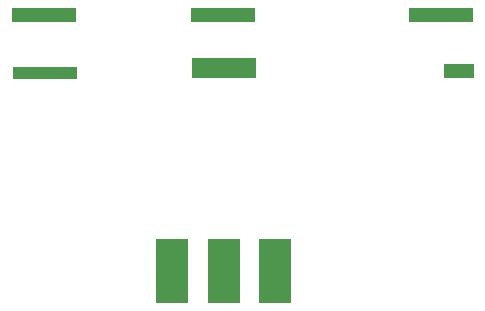
<source format=gbr>
*
%LPD*%
%LN915 PCB Antenna 01-F.Mask*%
%FSLAX25Y25*%
%MOIN*%
%AD*%
%AD*%
%ADD17R,0.111023622X0.215748031*%
%ADD26R,0.105905512X0.215748031*%
%ADD27R,0.217716535X0.050787402*%
%ADD28R,0.100787402X0.050787402*%
%ADD29R,0.217716535X0.070472441*%
%ADD30R,0.217716535X0.040551181*%
G54D26*
%SRX1Y1I0.0J0.0*%
G1X112205Y11732D3*
G54D17*
G1X94961Y11732D3*
G1X129449Y11732D3*
G54D27*
G1X111815Y97230D3*
G54D28*
G1X190556Y78332D3*
G54D29*
G1X112209Y79317D3*
G54D30*
G1X52760Y77742D3*
G54D27*
G1X184650Y97230D3*
G1X52367Y97230D3*
M2*

</source>
